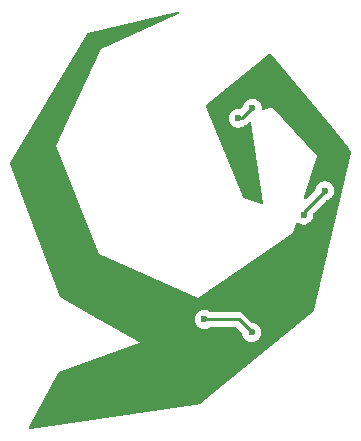
<source format=gbr>
G04 #@! TF.GenerationSoftware,KiCad,Pcbnew,9.0.2*
G04 #@! TF.CreationDate,2025-06-24T15:09:58-05:00*
G04 #@! TF.ProjectId,KokiriEmerald,4b6f6b69-7269-4456-9d65-72616c642e6b,rev?*
G04 #@! TF.SameCoordinates,Original*
G04 #@! TF.FileFunction,Copper,L1,Top*
G04 #@! TF.FilePolarity,Positive*
%FSLAX46Y46*%
G04 Gerber Fmt 4.6, Leading zero omitted, Abs format (unit mm)*
G04 Created by KiCad (PCBNEW 9.0.2) date 2025-06-24 15:09:58*
%MOMM*%
%LPD*%
G01*
G04 APERTURE LIST*
G04 #@! TA.AperFunction,ViaPad*
%ADD10C,0.600000*%
G04 #@! TD*
G04 #@! TA.AperFunction,Conductor*
%ADD11C,0.250000*%
G04 #@! TD*
G04 APERTURE END LIST*
D10*
X117500000Y-105150000D03*
X125000000Y-93600000D03*
X122550000Y-84250000D03*
X101850000Y-85600000D03*
X103650000Y-93600000D03*
X109100000Y-99200000D03*
X121050000Y-96050000D03*
X117500000Y-85050000D03*
X118700000Y-84200000D03*
X124850000Y-91200000D03*
X123050000Y-93250000D03*
X118650000Y-103200000D03*
X114650000Y-102100000D03*
X121185492Y-83297412D03*
X109150000Y-106050000D03*
X111300000Y-108800000D03*
D11*
X117850000Y-85050000D02*
X118700000Y-84200000D01*
X117500000Y-85050000D02*
X117850000Y-85050000D01*
X123050000Y-93000000D02*
X124850000Y-91200000D01*
X123050000Y-93250000D02*
X123050000Y-93000000D01*
X114650000Y-102100000D02*
X117550000Y-102100000D01*
X117550000Y-102100000D02*
X118650000Y-103200000D01*
G04 #@! TA.AperFunction,Conductor*
G36*
X112405379Y-76035723D02*
G01*
X112462159Y-76076439D01*
X112487913Y-76141389D01*
X112474463Y-76209952D01*
X112426081Y-76260360D01*
X112415449Y-76265790D01*
X105899170Y-79206971D01*
X103475428Y-84421995D01*
X102104766Y-87371167D01*
X105700251Y-96557500D01*
X114128849Y-100298444D01*
X122144724Y-94737167D01*
X122386011Y-93969692D01*
X122424895Y-93911645D01*
X122488991Y-93883833D01*
X122557948Y-93895089D01*
X122573188Y-93903779D01*
X122667032Y-93966483D01*
X122814169Y-94027430D01*
X122970365Y-94058499D01*
X122970369Y-94058500D01*
X122970370Y-94058500D01*
X123129631Y-94058500D01*
X123129632Y-94058499D01*
X123285831Y-94027430D01*
X123432968Y-93966483D01*
X123565389Y-93878003D01*
X123678003Y-93765389D01*
X123766483Y-93632968D01*
X123827430Y-93485831D01*
X123858500Y-93329630D01*
X123858500Y-93170370D01*
X123857666Y-93166178D01*
X123863889Y-93096589D01*
X123891599Y-93054303D01*
X124912737Y-92033165D01*
X124974058Y-91999682D01*
X124976122Y-91999251D01*
X125085831Y-91977430D01*
X125232968Y-91916483D01*
X125365389Y-91828003D01*
X125478003Y-91715389D01*
X125566483Y-91582968D01*
X125627430Y-91435831D01*
X125658500Y-91279630D01*
X125658500Y-91120370D01*
X125627430Y-90964169D01*
X125566483Y-90817032D01*
X125478003Y-90684611D01*
X125477998Y-90684605D01*
X125365394Y-90572001D01*
X125365387Y-90571995D01*
X125232969Y-90483517D01*
X125085831Y-90422570D01*
X125085823Y-90422568D01*
X124929634Y-90391500D01*
X124929630Y-90391500D01*
X124770370Y-90391500D01*
X124770365Y-90391500D01*
X124614176Y-90422568D01*
X124614168Y-90422570D01*
X124467030Y-90483517D01*
X124334612Y-90571995D01*
X124334605Y-90572001D01*
X124222001Y-90684605D01*
X124221995Y-90684612D01*
X124133517Y-90817030D01*
X124072570Y-90964168D01*
X124072568Y-90964176D01*
X124050768Y-91073772D01*
X124018383Y-91135683D01*
X124016832Y-91137262D01*
X123294700Y-91859394D01*
X123233377Y-91892879D01*
X123163685Y-91887895D01*
X123107752Y-91846023D01*
X123083335Y-91780559D01*
X123088726Y-91734529D01*
X124194344Y-88217833D01*
X120338583Y-84132462D01*
X119669499Y-84341630D01*
X119599640Y-84342845D01*
X119540214Y-84306098D01*
X119510088Y-84243057D01*
X119508500Y-84223278D01*
X119508500Y-84120369D01*
X119508499Y-84120365D01*
X119499231Y-84073772D01*
X119477430Y-83964169D01*
X119416483Y-83817032D01*
X119328003Y-83684611D01*
X119327998Y-83684605D01*
X119215394Y-83572001D01*
X119215387Y-83571995D01*
X119082969Y-83483517D01*
X118935831Y-83422570D01*
X118935823Y-83422568D01*
X118779634Y-83391500D01*
X118779630Y-83391500D01*
X118620370Y-83391500D01*
X118620365Y-83391500D01*
X118464176Y-83422568D01*
X118464168Y-83422570D01*
X118317030Y-83483517D01*
X118184612Y-83571995D01*
X118184605Y-83572001D01*
X118072001Y-83684605D01*
X118071995Y-83684612D01*
X117983517Y-83817030D01*
X117922570Y-83964168D01*
X117922568Y-83964174D01*
X117900768Y-84073772D01*
X117892002Y-84090528D01*
X117887983Y-84109007D01*
X117869237Y-84134048D01*
X117868383Y-84135682D01*
X117866832Y-84137262D01*
X117779104Y-84224989D01*
X117717780Y-84258473D01*
X117667233Y-84258924D01*
X117579630Y-84241500D01*
X117420370Y-84241500D01*
X117420365Y-84241500D01*
X117264176Y-84272568D01*
X117264168Y-84272570D01*
X117117030Y-84333517D01*
X116984612Y-84421995D01*
X116984605Y-84422001D01*
X116872001Y-84534605D01*
X116871995Y-84534612D01*
X116783517Y-84667030D01*
X116722570Y-84814168D01*
X116722568Y-84814176D01*
X116691500Y-84970365D01*
X116691500Y-85129634D01*
X116722568Y-85285823D01*
X116722570Y-85285831D01*
X116783517Y-85432969D01*
X116871995Y-85565387D01*
X116872001Y-85565394D01*
X116984605Y-85677998D01*
X116984612Y-85678004D01*
X117117030Y-85766482D01*
X117117031Y-85766482D01*
X117117032Y-85766483D01*
X117264169Y-85827430D01*
X117420365Y-85858499D01*
X117420369Y-85858500D01*
X117420370Y-85858500D01*
X117579631Y-85858500D01*
X117579632Y-85858499D01*
X117735831Y-85827430D01*
X117882968Y-85766483D01*
X118015389Y-85678003D01*
X118016397Y-85676994D01*
X118017588Y-85676198D01*
X118020099Y-85674138D01*
X118020301Y-85674385D01*
X118056632Y-85650105D01*
X118150075Y-85611400D01*
X118253833Y-85542071D01*
X118407931Y-85387971D01*
X118469251Y-85354489D01*
X118538943Y-85359473D01*
X118594877Y-85401344D01*
X118618237Y-85457254D01*
X119631065Y-92207054D01*
X119621547Y-92276273D01*
X119576117Y-92329357D01*
X119509200Y-92349453D01*
X119465262Y-92341696D01*
X117969304Y-91786048D01*
X117913314Y-91744252D01*
X117897842Y-91717073D01*
X114751864Y-84086373D01*
X114744511Y-84016895D01*
X114775889Y-83954467D01*
X114788254Y-83942921D01*
X120130073Y-79598505D01*
X120194504Y-79571478D01*
X120263318Y-79583575D01*
X120304005Y-79615847D01*
X125422836Y-85827431D01*
X126812966Y-87514321D01*
X126828181Y-87537726D01*
X127026874Y-87935112D01*
X127039249Y-88003877D01*
X127036723Y-88018737D01*
X123942975Y-101280600D01*
X123908575Y-101341414D01*
X123901161Y-101348053D01*
X114380379Y-109208113D01*
X114319685Y-109235139D01*
X99957501Y-111372251D01*
X99888295Y-111362647D01*
X99835267Y-111317153D01*
X99815252Y-111250211D01*
X99829998Y-111190952D01*
X102287333Y-106613565D01*
X102336383Y-106563812D01*
X102354082Y-106555731D01*
X109109019Y-104091923D01*
X109114560Y-104090050D01*
X109132604Y-104084418D01*
X109141593Y-104084418D01*
X109145670Y-104080339D01*
X109153778Y-104077809D01*
X109159823Y-104072675D01*
X109161993Y-104070970D01*
X109168114Y-104062221D01*
X109171171Y-104054839D01*
X109171175Y-104054836D01*
X109171175Y-104054831D01*
X109174867Y-104045919D01*
X109174988Y-104043128D01*
X109175761Y-104033651D01*
X109176090Y-104030912D01*
X109174227Y-104020370D01*
X109167481Y-104004081D01*
X109165590Y-104002021D01*
X109159431Y-103994767D01*
X109157735Y-103992607D01*
X109148965Y-103986471D01*
X109119259Y-103974166D01*
X109105929Y-103967686D01*
X105824783Y-102122358D01*
X105643431Y-102020365D01*
X113841500Y-102020365D01*
X113841500Y-102179634D01*
X113872568Y-102335823D01*
X113872570Y-102335831D01*
X113933517Y-102482969D01*
X114021995Y-102615387D01*
X114022001Y-102615394D01*
X114134605Y-102727998D01*
X114134612Y-102728004D01*
X114267030Y-102816482D01*
X114267031Y-102816482D01*
X114267032Y-102816483D01*
X114414169Y-102877430D01*
X114570365Y-102908499D01*
X114570369Y-102908500D01*
X114570370Y-102908500D01*
X114729631Y-102908500D01*
X114729632Y-102908499D01*
X114885831Y-102877430D01*
X115031643Y-102817032D01*
X115032966Y-102816484D01*
X115032966Y-102816483D01*
X115032968Y-102816483D01*
X115125887Y-102754396D01*
X115192564Y-102733520D01*
X115194777Y-102733500D01*
X117236234Y-102733500D01*
X117303273Y-102753185D01*
X117323915Y-102769819D01*
X117816832Y-103262736D01*
X117850317Y-103324059D01*
X117850768Y-103326226D01*
X117872568Y-103435823D01*
X117872570Y-103435831D01*
X117933517Y-103582969D01*
X118021995Y-103715387D01*
X118022001Y-103715394D01*
X118134605Y-103827998D01*
X118134612Y-103828004D01*
X118267030Y-103916482D01*
X118267031Y-103916482D01*
X118267032Y-103916483D01*
X118414169Y-103977430D01*
X118537798Y-104002021D01*
X118570365Y-104008499D01*
X118570369Y-104008500D01*
X118570370Y-104008500D01*
X118729631Y-104008500D01*
X118729632Y-104008499D01*
X118885831Y-103977430D01*
X119032968Y-103916483D01*
X119165389Y-103828003D01*
X119278003Y-103715389D01*
X119366483Y-103582968D01*
X119427430Y-103435831D01*
X119458500Y-103279630D01*
X119458500Y-103120370D01*
X119427430Y-102964169D01*
X119366483Y-102817032D01*
X119366116Y-102816483D01*
X119278004Y-102684612D01*
X119277998Y-102684605D01*
X119165394Y-102572001D01*
X119165387Y-102571995D01*
X119032969Y-102483517D01*
X118885831Y-102422570D01*
X118885823Y-102422568D01*
X118776226Y-102400768D01*
X118714315Y-102368384D01*
X118712736Y-102366832D01*
X117953836Y-101607931D01*
X117953832Y-101607928D01*
X117850081Y-101538603D01*
X117850072Y-101538598D01*
X117734785Y-101490845D01*
X117734777Y-101490843D01*
X117612398Y-101466500D01*
X117612394Y-101466500D01*
X115194777Y-101466500D01*
X115127738Y-101446815D01*
X115125887Y-101445603D01*
X115032966Y-101383515D01*
X114885831Y-101322570D01*
X114885823Y-101322568D01*
X114729634Y-101291500D01*
X114729630Y-101291500D01*
X114570370Y-101291500D01*
X114570365Y-101291500D01*
X114414176Y-101322568D01*
X114414168Y-101322570D01*
X114267030Y-101383517D01*
X114134612Y-101471995D01*
X114134605Y-101472001D01*
X114022001Y-101584605D01*
X114021995Y-101584612D01*
X113933517Y-101717030D01*
X113872570Y-101864168D01*
X113872568Y-101864176D01*
X113841500Y-102020365D01*
X105643431Y-102020365D01*
X102448271Y-100223396D01*
X102399487Y-100173376D01*
X102392911Y-100158750D01*
X98199291Y-88944926D01*
X98194246Y-88875239D01*
X98208692Y-88838389D01*
X104673222Y-77903157D01*
X104724282Y-77855467D01*
X104751122Y-77845663D01*
X112335602Y-76032169D01*
X112405379Y-76035723D01*
G37*
G04 #@! TD.AperFunction*
M02*

</source>
